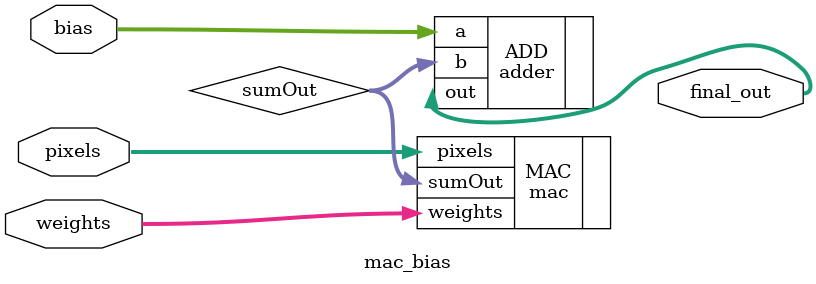
<source format=v>
`timescale 1ns / 1ps

  
module mac_bias(input wire [7:0] bias, input wire [(S-1):0] pixels, input wire [(S*width)-1:0] weights, output [7:0] final_out );
    parameter width= 8;
     parameter adder_layers=3;
        parameter S= 25;
    wire signed [7:0] sumOut;
    mac #(.S(25), .width(8)) MAC (.sumOut(sumOut), .pixels(pixels), .weights(weights));
    adder #(.OUT_WIDTH(8), .INP_WIDTH(8)) ADD(.out(final_out), .a(bias), .b(sumOut));

endmodule
</source>
